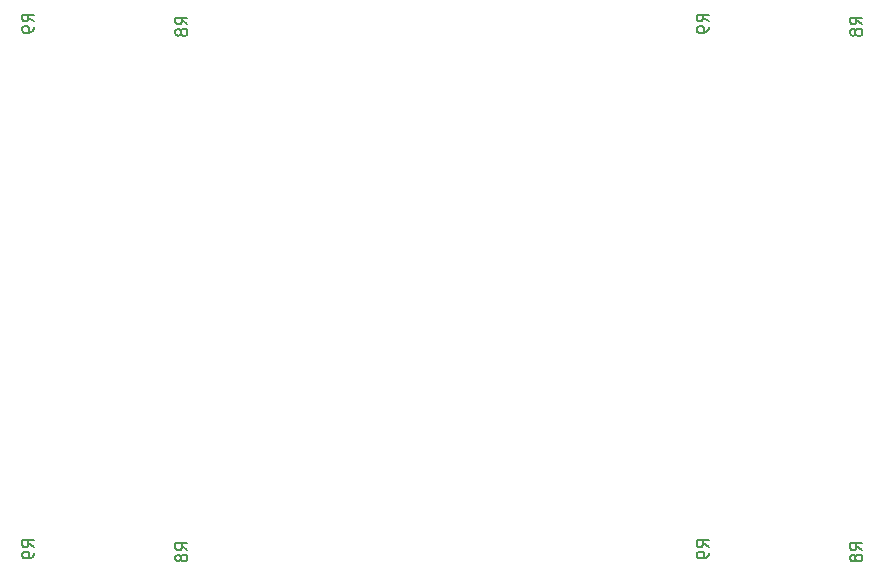
<source format=gbr>
%TF.GenerationSoftware,KiCad,Pcbnew,7.0.9*%
%TF.CreationDate,2024-06-08T21:45:48-04:00*%
%TF.ProjectId,V2 Loop Panel,5632204c-6f6f-4702-9050-616e656c2e6b,rev?*%
%TF.SameCoordinates,Original*%
%TF.FileFunction,Legend,Bot*%
%TF.FilePolarity,Positive*%
%FSLAX46Y46*%
G04 Gerber Fmt 4.6, Leading zero omitted, Abs format (unit mm)*
G04 Created by KiCad (PCBNEW 7.0.9) date 2024-06-08 21:45:48*
%MOMM*%
%LPD*%
G01*
G04 APERTURE LIST*
%ADD10C,0.150000*%
G04 APERTURE END LIST*
D10*
X140779819Y-41678333D02*
X140303628Y-41345000D01*
X140779819Y-41106905D02*
X139779819Y-41106905D01*
X139779819Y-41106905D02*
X139779819Y-41487857D01*
X139779819Y-41487857D02*
X139827438Y-41583095D01*
X139827438Y-41583095D02*
X139875057Y-41630714D01*
X139875057Y-41630714D02*
X139970295Y-41678333D01*
X139970295Y-41678333D02*
X140113152Y-41678333D01*
X140113152Y-41678333D02*
X140208390Y-41630714D01*
X140208390Y-41630714D02*
X140256009Y-41583095D01*
X140256009Y-41583095D02*
X140303628Y-41487857D01*
X140303628Y-41487857D02*
X140303628Y-41106905D01*
X140208390Y-42249762D02*
X140160771Y-42154524D01*
X140160771Y-42154524D02*
X140113152Y-42106905D01*
X140113152Y-42106905D02*
X140017914Y-42059286D01*
X140017914Y-42059286D02*
X139970295Y-42059286D01*
X139970295Y-42059286D02*
X139875057Y-42106905D01*
X139875057Y-42106905D02*
X139827438Y-42154524D01*
X139827438Y-42154524D02*
X139779819Y-42249762D01*
X139779819Y-42249762D02*
X139779819Y-42440238D01*
X139779819Y-42440238D02*
X139827438Y-42535476D01*
X139827438Y-42535476D02*
X139875057Y-42583095D01*
X139875057Y-42583095D02*
X139970295Y-42630714D01*
X139970295Y-42630714D02*
X140017914Y-42630714D01*
X140017914Y-42630714D02*
X140113152Y-42583095D01*
X140113152Y-42583095D02*
X140160771Y-42535476D01*
X140160771Y-42535476D02*
X140208390Y-42440238D01*
X140208390Y-42440238D02*
X140208390Y-42249762D01*
X140208390Y-42249762D02*
X140256009Y-42154524D01*
X140256009Y-42154524D02*
X140303628Y-42106905D01*
X140303628Y-42106905D02*
X140398866Y-42059286D01*
X140398866Y-42059286D02*
X140589342Y-42059286D01*
X140589342Y-42059286D02*
X140684580Y-42106905D01*
X140684580Y-42106905D02*
X140732200Y-42154524D01*
X140732200Y-42154524D02*
X140779819Y-42249762D01*
X140779819Y-42249762D02*
X140779819Y-42440238D01*
X140779819Y-42440238D02*
X140732200Y-42535476D01*
X140732200Y-42535476D02*
X140684580Y-42583095D01*
X140684580Y-42583095D02*
X140589342Y-42630714D01*
X140589342Y-42630714D02*
X140398866Y-42630714D01*
X140398866Y-42630714D02*
X140303628Y-42583095D01*
X140303628Y-42583095D02*
X140256009Y-42535476D01*
X140256009Y-42535476D02*
X140208390Y-42440238D01*
X184915217Y-85938732D02*
X184439026Y-85605399D01*
X184915217Y-85367304D02*
X183915217Y-85367304D01*
X183915217Y-85367304D02*
X183915217Y-85748256D01*
X183915217Y-85748256D02*
X183962836Y-85843494D01*
X183962836Y-85843494D02*
X184010455Y-85891113D01*
X184010455Y-85891113D02*
X184105693Y-85938732D01*
X184105693Y-85938732D02*
X184248550Y-85938732D01*
X184248550Y-85938732D02*
X184343788Y-85891113D01*
X184343788Y-85891113D02*
X184391407Y-85843494D01*
X184391407Y-85843494D02*
X184439026Y-85748256D01*
X184439026Y-85748256D02*
X184439026Y-85367304D01*
X184915217Y-86414923D02*
X184915217Y-86605399D01*
X184915217Y-86605399D02*
X184867598Y-86700637D01*
X184867598Y-86700637D02*
X184819978Y-86748256D01*
X184819978Y-86748256D02*
X184677121Y-86843494D01*
X184677121Y-86843494D02*
X184486645Y-86891113D01*
X184486645Y-86891113D02*
X184105693Y-86891113D01*
X184105693Y-86891113D02*
X184010455Y-86843494D01*
X184010455Y-86843494D02*
X183962836Y-86795875D01*
X183962836Y-86795875D02*
X183915217Y-86700637D01*
X183915217Y-86700637D02*
X183915217Y-86510161D01*
X183915217Y-86510161D02*
X183962836Y-86414923D01*
X183962836Y-86414923D02*
X184010455Y-86367304D01*
X184010455Y-86367304D02*
X184105693Y-86319685D01*
X184105693Y-86319685D02*
X184343788Y-86319685D01*
X184343788Y-86319685D02*
X184439026Y-86367304D01*
X184439026Y-86367304D02*
X184486645Y-86414923D01*
X184486645Y-86414923D02*
X184534264Y-86510161D01*
X184534264Y-86510161D02*
X184534264Y-86700637D01*
X184534264Y-86700637D02*
X184486645Y-86795875D01*
X184486645Y-86795875D02*
X184439026Y-86843494D01*
X184439026Y-86843494D02*
X184343788Y-86891113D01*
X127779819Y-85938732D02*
X127303628Y-85605399D01*
X127779819Y-85367304D02*
X126779819Y-85367304D01*
X126779819Y-85367304D02*
X126779819Y-85748256D01*
X126779819Y-85748256D02*
X126827438Y-85843494D01*
X126827438Y-85843494D02*
X126875057Y-85891113D01*
X126875057Y-85891113D02*
X126970295Y-85938732D01*
X126970295Y-85938732D02*
X127113152Y-85938732D01*
X127113152Y-85938732D02*
X127208390Y-85891113D01*
X127208390Y-85891113D02*
X127256009Y-85843494D01*
X127256009Y-85843494D02*
X127303628Y-85748256D01*
X127303628Y-85748256D02*
X127303628Y-85367304D01*
X127779819Y-86414923D02*
X127779819Y-86605399D01*
X127779819Y-86605399D02*
X127732200Y-86700637D01*
X127732200Y-86700637D02*
X127684580Y-86748256D01*
X127684580Y-86748256D02*
X127541723Y-86843494D01*
X127541723Y-86843494D02*
X127351247Y-86891113D01*
X127351247Y-86891113D02*
X126970295Y-86891113D01*
X126970295Y-86891113D02*
X126875057Y-86843494D01*
X126875057Y-86843494D02*
X126827438Y-86795875D01*
X126827438Y-86795875D02*
X126779819Y-86700637D01*
X126779819Y-86700637D02*
X126779819Y-86510161D01*
X126779819Y-86510161D02*
X126827438Y-86414923D01*
X126827438Y-86414923D02*
X126875057Y-86367304D01*
X126875057Y-86367304D02*
X126970295Y-86319685D01*
X126970295Y-86319685D02*
X127208390Y-86319685D01*
X127208390Y-86319685D02*
X127303628Y-86367304D01*
X127303628Y-86367304D02*
X127351247Y-86414923D01*
X127351247Y-86414923D02*
X127398866Y-86510161D01*
X127398866Y-86510161D02*
X127398866Y-86700637D01*
X127398866Y-86700637D02*
X127351247Y-86795875D01*
X127351247Y-86795875D02*
X127303628Y-86843494D01*
X127303628Y-86843494D02*
X127208390Y-86891113D01*
X127779819Y-41428333D02*
X127303628Y-41095000D01*
X127779819Y-40856905D02*
X126779819Y-40856905D01*
X126779819Y-40856905D02*
X126779819Y-41237857D01*
X126779819Y-41237857D02*
X126827438Y-41333095D01*
X126827438Y-41333095D02*
X126875057Y-41380714D01*
X126875057Y-41380714D02*
X126970295Y-41428333D01*
X126970295Y-41428333D02*
X127113152Y-41428333D01*
X127113152Y-41428333D02*
X127208390Y-41380714D01*
X127208390Y-41380714D02*
X127256009Y-41333095D01*
X127256009Y-41333095D02*
X127303628Y-41237857D01*
X127303628Y-41237857D02*
X127303628Y-40856905D01*
X127779819Y-41904524D02*
X127779819Y-42095000D01*
X127779819Y-42095000D02*
X127732200Y-42190238D01*
X127732200Y-42190238D02*
X127684580Y-42237857D01*
X127684580Y-42237857D02*
X127541723Y-42333095D01*
X127541723Y-42333095D02*
X127351247Y-42380714D01*
X127351247Y-42380714D02*
X126970295Y-42380714D01*
X126970295Y-42380714D02*
X126875057Y-42333095D01*
X126875057Y-42333095D02*
X126827438Y-42285476D01*
X126827438Y-42285476D02*
X126779819Y-42190238D01*
X126779819Y-42190238D02*
X126779819Y-41999762D01*
X126779819Y-41999762D02*
X126827438Y-41904524D01*
X126827438Y-41904524D02*
X126875057Y-41856905D01*
X126875057Y-41856905D02*
X126970295Y-41809286D01*
X126970295Y-41809286D02*
X127208390Y-41809286D01*
X127208390Y-41809286D02*
X127303628Y-41856905D01*
X127303628Y-41856905D02*
X127351247Y-41904524D01*
X127351247Y-41904524D02*
X127398866Y-41999762D01*
X127398866Y-41999762D02*
X127398866Y-42190238D01*
X127398866Y-42190238D02*
X127351247Y-42285476D01*
X127351247Y-42285476D02*
X127303628Y-42333095D01*
X127303628Y-42333095D02*
X127208390Y-42380714D01*
X197915217Y-41678333D02*
X197439026Y-41345000D01*
X197915217Y-41106905D02*
X196915217Y-41106905D01*
X196915217Y-41106905D02*
X196915217Y-41487857D01*
X196915217Y-41487857D02*
X196962836Y-41583095D01*
X196962836Y-41583095D02*
X197010455Y-41630714D01*
X197010455Y-41630714D02*
X197105693Y-41678333D01*
X197105693Y-41678333D02*
X197248550Y-41678333D01*
X197248550Y-41678333D02*
X197343788Y-41630714D01*
X197343788Y-41630714D02*
X197391407Y-41583095D01*
X197391407Y-41583095D02*
X197439026Y-41487857D01*
X197439026Y-41487857D02*
X197439026Y-41106905D01*
X197343788Y-42249762D02*
X197296169Y-42154524D01*
X197296169Y-42154524D02*
X197248550Y-42106905D01*
X197248550Y-42106905D02*
X197153312Y-42059286D01*
X197153312Y-42059286D02*
X197105693Y-42059286D01*
X197105693Y-42059286D02*
X197010455Y-42106905D01*
X197010455Y-42106905D02*
X196962836Y-42154524D01*
X196962836Y-42154524D02*
X196915217Y-42249762D01*
X196915217Y-42249762D02*
X196915217Y-42440238D01*
X196915217Y-42440238D02*
X196962836Y-42535476D01*
X196962836Y-42535476D02*
X197010455Y-42583095D01*
X197010455Y-42583095D02*
X197105693Y-42630714D01*
X197105693Y-42630714D02*
X197153312Y-42630714D01*
X197153312Y-42630714D02*
X197248550Y-42583095D01*
X197248550Y-42583095D02*
X197296169Y-42535476D01*
X197296169Y-42535476D02*
X197343788Y-42440238D01*
X197343788Y-42440238D02*
X197343788Y-42249762D01*
X197343788Y-42249762D02*
X197391407Y-42154524D01*
X197391407Y-42154524D02*
X197439026Y-42106905D01*
X197439026Y-42106905D02*
X197534264Y-42059286D01*
X197534264Y-42059286D02*
X197724740Y-42059286D01*
X197724740Y-42059286D02*
X197819978Y-42106905D01*
X197819978Y-42106905D02*
X197867598Y-42154524D01*
X197867598Y-42154524D02*
X197915217Y-42249762D01*
X197915217Y-42249762D02*
X197915217Y-42440238D01*
X197915217Y-42440238D02*
X197867598Y-42535476D01*
X197867598Y-42535476D02*
X197819978Y-42583095D01*
X197819978Y-42583095D02*
X197724740Y-42630714D01*
X197724740Y-42630714D02*
X197534264Y-42630714D01*
X197534264Y-42630714D02*
X197439026Y-42583095D01*
X197439026Y-42583095D02*
X197391407Y-42535476D01*
X197391407Y-42535476D02*
X197343788Y-42440238D01*
X140779819Y-86188732D02*
X140303628Y-85855399D01*
X140779819Y-85617304D02*
X139779819Y-85617304D01*
X139779819Y-85617304D02*
X139779819Y-85998256D01*
X139779819Y-85998256D02*
X139827438Y-86093494D01*
X139827438Y-86093494D02*
X139875057Y-86141113D01*
X139875057Y-86141113D02*
X139970295Y-86188732D01*
X139970295Y-86188732D02*
X140113152Y-86188732D01*
X140113152Y-86188732D02*
X140208390Y-86141113D01*
X140208390Y-86141113D02*
X140256009Y-86093494D01*
X140256009Y-86093494D02*
X140303628Y-85998256D01*
X140303628Y-85998256D02*
X140303628Y-85617304D01*
X140208390Y-86760161D02*
X140160771Y-86664923D01*
X140160771Y-86664923D02*
X140113152Y-86617304D01*
X140113152Y-86617304D02*
X140017914Y-86569685D01*
X140017914Y-86569685D02*
X139970295Y-86569685D01*
X139970295Y-86569685D02*
X139875057Y-86617304D01*
X139875057Y-86617304D02*
X139827438Y-86664923D01*
X139827438Y-86664923D02*
X139779819Y-86760161D01*
X139779819Y-86760161D02*
X139779819Y-86950637D01*
X139779819Y-86950637D02*
X139827438Y-87045875D01*
X139827438Y-87045875D02*
X139875057Y-87093494D01*
X139875057Y-87093494D02*
X139970295Y-87141113D01*
X139970295Y-87141113D02*
X140017914Y-87141113D01*
X140017914Y-87141113D02*
X140113152Y-87093494D01*
X140113152Y-87093494D02*
X140160771Y-87045875D01*
X140160771Y-87045875D02*
X140208390Y-86950637D01*
X140208390Y-86950637D02*
X140208390Y-86760161D01*
X140208390Y-86760161D02*
X140256009Y-86664923D01*
X140256009Y-86664923D02*
X140303628Y-86617304D01*
X140303628Y-86617304D02*
X140398866Y-86569685D01*
X140398866Y-86569685D02*
X140589342Y-86569685D01*
X140589342Y-86569685D02*
X140684580Y-86617304D01*
X140684580Y-86617304D02*
X140732200Y-86664923D01*
X140732200Y-86664923D02*
X140779819Y-86760161D01*
X140779819Y-86760161D02*
X140779819Y-86950637D01*
X140779819Y-86950637D02*
X140732200Y-87045875D01*
X140732200Y-87045875D02*
X140684580Y-87093494D01*
X140684580Y-87093494D02*
X140589342Y-87141113D01*
X140589342Y-87141113D02*
X140398866Y-87141113D01*
X140398866Y-87141113D02*
X140303628Y-87093494D01*
X140303628Y-87093494D02*
X140256009Y-87045875D01*
X140256009Y-87045875D02*
X140208390Y-86950637D01*
X184915217Y-41428333D02*
X184439026Y-41095000D01*
X184915217Y-40856905D02*
X183915217Y-40856905D01*
X183915217Y-40856905D02*
X183915217Y-41237857D01*
X183915217Y-41237857D02*
X183962836Y-41333095D01*
X183962836Y-41333095D02*
X184010455Y-41380714D01*
X184010455Y-41380714D02*
X184105693Y-41428333D01*
X184105693Y-41428333D02*
X184248550Y-41428333D01*
X184248550Y-41428333D02*
X184343788Y-41380714D01*
X184343788Y-41380714D02*
X184391407Y-41333095D01*
X184391407Y-41333095D02*
X184439026Y-41237857D01*
X184439026Y-41237857D02*
X184439026Y-40856905D01*
X184915217Y-41904524D02*
X184915217Y-42095000D01*
X184915217Y-42095000D02*
X184867598Y-42190238D01*
X184867598Y-42190238D02*
X184819978Y-42237857D01*
X184819978Y-42237857D02*
X184677121Y-42333095D01*
X184677121Y-42333095D02*
X184486645Y-42380714D01*
X184486645Y-42380714D02*
X184105693Y-42380714D01*
X184105693Y-42380714D02*
X184010455Y-42333095D01*
X184010455Y-42333095D02*
X183962836Y-42285476D01*
X183962836Y-42285476D02*
X183915217Y-42190238D01*
X183915217Y-42190238D02*
X183915217Y-41999762D01*
X183915217Y-41999762D02*
X183962836Y-41904524D01*
X183962836Y-41904524D02*
X184010455Y-41856905D01*
X184010455Y-41856905D02*
X184105693Y-41809286D01*
X184105693Y-41809286D02*
X184343788Y-41809286D01*
X184343788Y-41809286D02*
X184439026Y-41856905D01*
X184439026Y-41856905D02*
X184486645Y-41904524D01*
X184486645Y-41904524D02*
X184534264Y-41999762D01*
X184534264Y-41999762D02*
X184534264Y-42190238D01*
X184534264Y-42190238D02*
X184486645Y-42285476D01*
X184486645Y-42285476D02*
X184439026Y-42333095D01*
X184439026Y-42333095D02*
X184343788Y-42380714D01*
X197915217Y-86188732D02*
X197439026Y-85855399D01*
X197915217Y-85617304D02*
X196915217Y-85617304D01*
X196915217Y-85617304D02*
X196915217Y-85998256D01*
X196915217Y-85998256D02*
X196962836Y-86093494D01*
X196962836Y-86093494D02*
X197010455Y-86141113D01*
X197010455Y-86141113D02*
X197105693Y-86188732D01*
X197105693Y-86188732D02*
X197248550Y-86188732D01*
X197248550Y-86188732D02*
X197343788Y-86141113D01*
X197343788Y-86141113D02*
X197391407Y-86093494D01*
X197391407Y-86093494D02*
X197439026Y-85998256D01*
X197439026Y-85998256D02*
X197439026Y-85617304D01*
X197343788Y-86760161D02*
X197296169Y-86664923D01*
X197296169Y-86664923D02*
X197248550Y-86617304D01*
X197248550Y-86617304D02*
X197153312Y-86569685D01*
X197153312Y-86569685D02*
X197105693Y-86569685D01*
X197105693Y-86569685D02*
X197010455Y-86617304D01*
X197010455Y-86617304D02*
X196962836Y-86664923D01*
X196962836Y-86664923D02*
X196915217Y-86760161D01*
X196915217Y-86760161D02*
X196915217Y-86950637D01*
X196915217Y-86950637D02*
X196962836Y-87045875D01*
X196962836Y-87045875D02*
X197010455Y-87093494D01*
X197010455Y-87093494D02*
X197105693Y-87141113D01*
X197105693Y-87141113D02*
X197153312Y-87141113D01*
X197153312Y-87141113D02*
X197248550Y-87093494D01*
X197248550Y-87093494D02*
X197296169Y-87045875D01*
X197296169Y-87045875D02*
X197343788Y-86950637D01*
X197343788Y-86950637D02*
X197343788Y-86760161D01*
X197343788Y-86760161D02*
X197391407Y-86664923D01*
X197391407Y-86664923D02*
X197439026Y-86617304D01*
X197439026Y-86617304D02*
X197534264Y-86569685D01*
X197534264Y-86569685D02*
X197724740Y-86569685D01*
X197724740Y-86569685D02*
X197819978Y-86617304D01*
X197819978Y-86617304D02*
X197867598Y-86664923D01*
X197867598Y-86664923D02*
X197915217Y-86760161D01*
X197915217Y-86760161D02*
X197915217Y-86950637D01*
X197915217Y-86950637D02*
X197867598Y-87045875D01*
X197867598Y-87045875D02*
X197819978Y-87093494D01*
X197819978Y-87093494D02*
X197724740Y-87141113D01*
X197724740Y-87141113D02*
X197534264Y-87141113D01*
X197534264Y-87141113D02*
X197439026Y-87093494D01*
X197439026Y-87093494D02*
X197391407Y-87045875D01*
X197391407Y-87045875D02*
X197343788Y-86950637D01*
M02*

</source>
